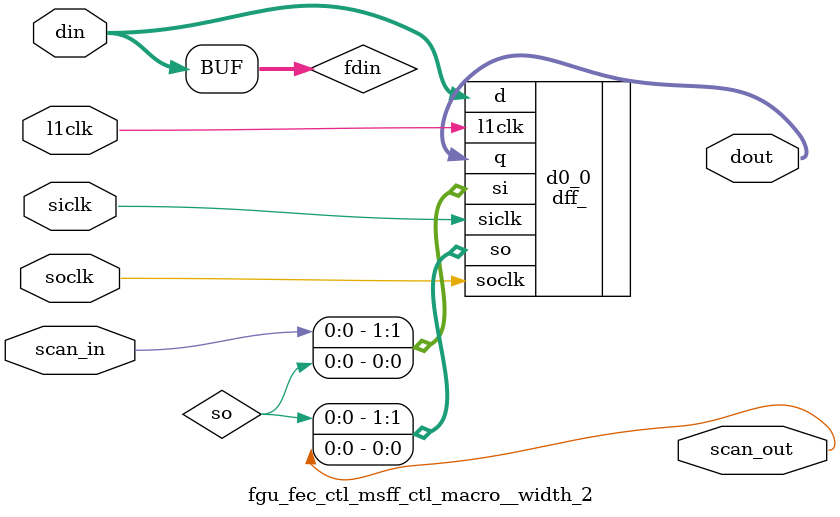
<source format=v>
module fgu_fec_ctl (
  l2clk, 
  scan_in, 
  tcu_pce_ov, 
  spc_aclk, 
  spc_bclk, 
  tcu_scan_en, 
  tcu_se_scancollar_out, 
  mbi_frf_read_en, 
  mbi_wdata, 
  mbi_run, 
  fad_mbist_cmp64_fx1, 
  lsu_asi_error_inject, 
  scan_out, 
  fad_nombi_w2_result_fw, 
  fec_w1_ecc_inject_fb, 
  fec_w2_synd_fw, 
  fec_r1_ecc_fx1, 
  fec_mbist_wdata_1f, 
  fec_mbist_wdata_3f, 
  main_clken, 
  coreon_clken, 
  fac_frf_r1_addr_e, 
  fac_dec_valid_fx1, 
  fac_fgx_pdist_fx1, 
  fac_ecc_trap_en_fx1, 
  fac_r1_vld_fx1, 
  fac_r2_vld_fx1, 
  fad_r1_byp_hit_fx1, 
  fad_r2_byp_hit_fx1, 
  fpc_frf_store_vld_fx1, 
  dec_frf_r2_addr_d, 
  dec_frf_r1_32b_d, 
  dec_frf_r2_32b_d, 
  dec_frf_r1_odd32b_d, 
  dec_frf_r2_odd32b_d, 
  dec_flush_f1, 
  dec_flush_f2, 
  tlu_flush_fgu_b, 
  fad_rs1_fx1, 
  fad_rs2_fx1, 
  fad_i_parity_2e_fx1, 
  fad_i_parity_2o_fx1, 
  fad_i_parity_1e_fx1, 
  fad_i_parity_1o_fx1, 
  frf_r1_ecc_e, 
  frf_r2_ecc_e, 
  fgu_pdist_beat2_fx1, 
  fgu_ecc_addr_fx2, 
  fgu_ecc_check_fx2, 
  fgu_cecc_fx2, 
  fec_cecc_fx2, 
  fgu_uecc_fx2, 
  fec_uecc_fx2, 
  fgu_fst_ecc_error_fx2, 
  fgu_mbi_frf_fail);
wire pce_ov;
wire stop;
wire siclk;
wire soclk;
wire se;
wire l1clk_pm2;
wire l1clk_pm1;
wire l1clk_sc;
wire spares_scanin;
wire spares_scanout;
wire rs1e_ecc_valid_fx1;
wire rs1o_ecc_valid_fx1;
wire rs2e_ecc_valid_fx1;
wire rs2o_ecc_valid_fx1;
wire frf_rs1_check_flops_e_fx1_scanin;
wire frf_rs1_check_flops_e_fx1_scanout;
wire [13:0] r1_ecc_check_fx1;
wire [13:0] r2_ecc_check_fx1;
wire [13:0] r1_ecc_check_fx2;
wire [13:0] r2_ecc_check_fx2;
wire frf_rs1_ecc_flops_e_fx1_scanin;
wire frf_rs1_ecc_flops_e_fx1_scanout;
wire pre_frf_fail;
wire mbist_frf_read_en_3f;
wire frf_rs2_ecc_flops_e_fx1_scanin;
wire frf_rs2_ecc_flops_e_fx1_scanout;
wire [13:0] r2_ecc_fx1;
wire [31:0] d1e;
wire [6:0] p1e;
wire [31:0] d1o;
wire [6:0] p1o;
wire [31:0] d2e;
wire [6:0] p2e;
wire [31:0] d2o;
wire [6:0] p2o;
wire rs1_ue_or_ce_fx1;
wire rs1e_ne;
wire rs1o_ne;
wire detect_ue_fx1;
wire rs1e_ue;
wire rs1o_ue;
wire rs2e_ue;
wire rs2o_ue;
wire detect_ce_fx1;
wire rs1e_ce;
wire rs1o_ce;
wire rs2e_ce;
wire rs2o_ce;
wire fst_ecc_error_fx1;
wire addr_flops_scanin;
wire addr_flops_scanout;
wire [4:0] r2_addr_e;
wire r1_32b_e;
wire r2_32b_e;
wire r1_odd32b_e;
wire r2_odd32b_e;
wire detect_ce_fx2;
wire detect_ue_fx2;
wire mbist_frf_read_en_1f;
wire mbist_frf_read_en_2f;
wire [7:0] mbist_wdata_2f;
wire [5:0] r1_expanded_addr_fx1;
wire [5:0] r2_expanded_addr_fx1;
wire [4:0] r1_addr_fx1;
wire [4:0] r2_addr_fx1;
wire r1_32b_fx1;
wire r2_32b_fx1;
wire r1_odd32b_fx1;
wire r2_odd32b_fx1;
wire fgx_pdist_fx2;
wire dec_valid_fx2;
wire dec_flush_fx2;
wire dec_flush_fx3;
wire frf_store_vld_fx2;
wire ecc_mask_global_en;
wire ecc_mask_frf_en;
wire [6:0] ecc_mask_data;
wire ecc_trap_en_fx2;
wire detect_ce_fx3;
wire detect_ue_fx3;
wire tlu_flush_fgu_fx3;
wire i_pdist_beat2_fx2;
wire mbist_run_1f;
wire rs1_ue_or_ce_fx2;
wire [5:0] r1_expanded_addr_fx2;
wire [5:0] r2_expanded_addr_fx2;
wire addr_flops2_scanin;
wire addr_flops2_scanout;
wire parity_1e;
wire [5:0] q1e;
wire parity_1o;
wire [5:0] q1o;
wire parity_2e;
wire [5:0] q2e;
wire parity_2o;
wire [5:0] q2o;
wire ce_ue_fec_flops_fx1_fx2_scanin;
wire ce_ue_fec_flops_fx1_fx2_scanout;
wire pdist_beat2_fx2;
wire frf_rd_vld_fx2;
wire [31:0] w2e;
wire [6:0] s2e;
wire [31:0] w2o;
wire [6:0] s2o;


// *** Global Inputs ***

input		l2clk;
input  		scan_in;
input  		tcu_pce_ov;		// scan signals
input  		spc_aclk;
input  		spc_bclk;
input           tcu_scan_en;
input           tcu_se_scancollar_out;
input           mbi_frf_read_en;        // MBIST
input    [7:0]  mbi_wdata;              // MBIST
input           mbi_run;                // MBIST
input           fad_mbist_cmp64_fx1;    // MBIST
input   [31:0]  lsu_asi_error_inject;   // [31]=global inject en, [24]=FRF inject en, [7:0]=mask

output 		scan_out;

// *** Generate ECC Local Inputs *** 

input 	[63:0]	fad_nombi_w2_result_fw;	// FRF w2 write data w/out mbist data muxed in

// *** Generate ECC Local Outputs *** 

output   [6:0]  fec_w1_ecc_inject_fb;   // ECC error injection
output	[13:0]	fec_w2_synd_fw;		// Generated ECC to FRF W2 port
output  [13:0]  fec_r1_ecc_fx1;         // ASI FRF ECC read data

output   [7:0]  fec_mbist_wdata_1f;     // MBIST
output   [7:0]  fec_mbist_wdata_3f;     // MBIST

// *** Check ECC Inputs *** 

input           main_clken;             // main clken
input           coreon_clken;           // controls all "free running" flops
input    [4:0]  fac_frf_r1_addr_e;
input           fac_dec_valid_fx1;
input           fac_fgx_pdist_fx1;      // PDIST
input           fac_ecc_trap_en_fx1;
input   [1:0] 	fac_r1_vld_fx1;         // FRF r1 read valid (unqualified)
input   [1:0] 	fac_r2_vld_fx1;         // FRF r2 read valid (unqualified)
input         	fad_r1_byp_hit_fx1;     // r1 is bypass data
input         	fad_r2_byp_hit_fx1;     // r2 is bypass data
input           fpc_frf_store_vld_fx1;

input   [4:0]   dec_frf_r2_addr_d;
input           dec_frf_r1_32b_d;       // FRF r1 is 32-bit source
input           dec_frf_r2_32b_d;       // FRF r2 is 32-bit source
input           dec_frf_r1_odd32b_d;    // FRF r1 is odd 32-bit source (32 LSBs)
input           dec_frf_r2_odd32b_d;    // FRF r2 is odd 32-bit source (32 LSBs) (incl. STF,STDF)
input           dec_flush_f1;           // flush fx2 (xmit in fx1/m)
input           dec_flush_f2;           // flush fx3 (xmit in fx2/b)
input           tlu_flush_fgu_b;        // flush fx3, non-load (xmit in fx2/b)

input  [63:0]	fad_rs1_fx1;		// Source register data bit
input  [63:0]	fad_rs2_fx1;		// - available at output of flop
input           fad_i_parity_2e_fx1;    // partial ECC check (parity portion), rs2 even
input           fad_i_parity_2o_fx1;    // partial ECC check (parity portion), rs2 odd
input           fad_i_parity_1e_fx1;    // partial ECC check (parity portion), rs1 even
input           fad_i_parity_1o_fx1;    // partial ECC check (parity portion), rs1 odd

input  [13:0]	frf_r1_ecc_e;		// Source register ECC bit 
input  [13:0]	frf_r2_ecc_e;		// - NOTE: E stage signal
					// - need to be flopped to Fx1
// *** Global Outputs ***

output          fgu_pdist_beat2_fx1;
output  [5:0]	fgu_ecc_addr_fx2;      	// FRF cecc/uecc address (6-bit reg number format)
output [13:0]   fgu_ecc_check_fx2;      // FRF ECC check bits {even[6:0],odd[6:0]}
output 		fgu_cecc_fx2;		// Flag: detected correctable ECC error
output 		fec_cecc_fx2;		// Flag: detected correctable ECC error
output 		fgu_uecc_fx2;		// Flag: detected uncorrectable ECC error
output 		fec_uecc_fx2;		// Flag: detected uncorrectable ECC error
output          fgu_fst_ecc_error_fx2;  // store float FRF ECC correctable/uncorrectable error

output          fgu_mbi_frf_fail;       // MBIST

// scan renames
assign pce_ov = tcu_pce_ov;
assign stop   = 1'b0;
assign siclk  = spc_aclk;
assign soclk  = spc_bclk;
assign se     = tcu_scan_en;
// end scan


fgu_fec_ctl_l1clkhdr_ctl_macro clkgen_coreon (
  .l2clk(l2clk),
  .l1en (coreon_clken),
  .l1clk(l1clk_pm2),
  .pce_ov(pce_ov),
  .stop(stop),
  .se(se)
  );

fgu_fec_ctl_l1clkhdr_ctl_macro clkgen_main (
  .l2clk(l2clk),
  .l1en (main_clken),
  .l1clk(l1clk_pm1),
  .pce_ov(pce_ov),
  .stop(stop),
  .se(se)
  );

fgu_fec_ctl_l1clkhdr_ctl_macro clkgen_main_sco (
  .l2clk(l2clk),
  .l1en (main_clken),
  .se	(tcu_se_scancollar_out),
  .l1clk(l1clk_sc),
  .pce_ov(pce_ov),
  .stop(stop)
  );

fgu_fec_ctl_spare_ctl_macro__num_2 spares  (  // spares: 13 gates + 1 flop for each "num"
  .scan_in(spares_scanin),
  .scan_out(spares_scanout),
  .l1clk(l1clk_pm2),
  .siclk(siclk),
  .soclk(soclk)
  );


/////////////////////////////////////////////////////////////////////////////
// ECC Error Dectection Logic
//-----------------------------
// - Regenerate ECC [5:0] and compare against retrived ECC
// - Check ECC [6] with parity
// - Outputs the result of the detection:
//   - ne: no error - either no valid data to check, 
//                    or ECC [6:0] all matched 
//   - ce: correctable error
//                  - parity is 1, so an odd number of bits flipped,
//                    and ECC data is valid and regenerated ECC did not match
//   - ue: uncorrectable error
//                  - parity is 0, so an even number of bits flipped,
//                    and ECC data is valid and regenerated ECC did not match
//                  - implies more than one bit was corrupted
//
//       1   2   3   4   5   6   7   8   9  10  11  12  13  14  15  16  17  18  19
//      P0  P1  d0  P2  d1  d2  d3  P3  d4  d5  d6  d7  d8  d9 d10  P4 d11 d12 d13 
// p0 =  o   	 x       x       x       x       x       x       x       x       x
// p1 =      o   x           x   x           x   x           x   x           x   x
// p2 =     	     o   x   x   x      	     x   x   x   x     	          
// p3 =     	          	     o   x   x   x   x   x   x   x      	  
// p4 =     	          	          			     o   x   x   x
// p5 =     	          	          			         	  
// p6 =          x       x   x           x   x       x           x       x   x    
// --------------------------------------------------------------------------------
// Total 1   1   3   1   3   3   3   1   3   3   3   3   3   3   5   1   3   3   3
//   
//      20  21  22  23  24  25  26  27  28  29  30  31  32  33  34  35  36  37  38
//     d14 d15 d16 d17 d18 d19 d20 d21 d22 d23 d24 d25  P5 d26 d27 d28 d29 d30 d31 
// p0=       x       x       x       x       x       x       x       x       x    
// p1=           x   x           x   x           x   x           x   x           x
// p2=   x   x   x   x                   x   x   x   x                   x   x   x
// p3=                   x   x   x   x   x   x   x   x
// p4=   x   x   x   x   x   x   x   x   x   x   x   x
// p5=                                                   o   x   x   x   x   x   x
// p6=   x           x   x           x       x   x           x   x       x   
// --------------------------------------------------------------------------------
// Total 3   3   3   5   3   3   3   5   3   5   5   5   1   3   3   3   3   3   3
//
/////////////////////////////////////////////////////////////////////////////

// Calculating valid ECCs to check
// - (reading out of frf rs1 even word) & (rs1 is not bypass data)
// - (reading out of frf rs1 odd  word) & (rs1 is not bypass data)
// - (reading out of frf rs2 even word) & (rs2 is not bypass data)
// - (reading out of frf rs2 odd  word) & (rs2 is not bypass data)
// ---------------------------------------------------
assign rs1e_ecc_valid_fx1 = fac_r1_vld_fx1[1] & ~fad_r1_byp_hit_fx1;
assign rs1o_ecc_valid_fx1 = fac_r1_vld_fx1[0] & ~fad_r1_byp_hit_fx1;
assign rs2e_ecc_valid_fx1 = fac_r2_vld_fx1[1] & ~fad_r2_byp_hit_fx1;
assign rs2o_ecc_valid_fx1 = fac_r2_vld_fx1[0] & ~fad_r2_byp_hit_fx1;

fgu_fec_ctl_msff_ctl_macro__width_28  frf_rs1_check_flops_e_fx1  (
 .scan_in(frf_rs1_check_flops_e_fx1_scanin),
 .scan_out(frf_rs1_check_flops_e_fx1_scanout),
 .l1clk(l1clk_pm1),
 .din  ({r1_ecc_check_fx1[13:0], r2_ecc_check_fx1[13:0]}),
 .dout ({r1_ecc_check_fx2[13:0], r2_ecc_check_fx2[13:0]}),
  .siclk(siclk),
  .soclk(soclk));


fgu_fec_ctl_msff_ctl_macro__width_14  frf_rs1_ecc_flops_e_fx1  (
 .scan_in(frf_rs1_ecc_flops_e_fx1_scanin),
 .scan_out(frf_rs1_ecc_flops_e_fx1_scanout),
 .l1clk(l1clk_sc),
 .din  (frf_r1_ecc_e  [13:0]),
 .dout (fec_r1_ecc_fx1[13:0]),
  .siclk(siclk),
  .soclk(soclk));

assign pre_frf_fail =
  mbist_frf_read_en_3f &
  (~fad_mbist_cmp64_fx1 |
   ({fec_mbist_wdata_3f[6:0], fec_mbist_wdata_3f[6:0]} != fec_r1_ecc_fx1[13:0]));

fgu_fec_ctl_msff_ctl_macro__width_14  frf_rs2_ecc_flops_e_fx1  (
 .scan_in(frf_rs2_ecc_flops_e_fx1_scanin),
 .scan_out(frf_rs2_ecc_flops_e_fx1_scanout),
 .l1clk(l1clk_sc),
 .din  (frf_r2_ecc_e  [13:0] ),
 .dout (    r2_ecc_fx1[13:0] ),
  .siclk(siclk),
  .soclk(soclk));


// Rename nets for shorter expressions
// -----------------------------------------
assign d1e[31:0] = fad_rs1_fx1[63:32];
assign p1e[ 6:0] = fec_r1_ecc_fx1[13:7];

assign d1o[31:0] = fad_rs1_fx1[31:0];
assign p1o[ 6:0] = fec_r1_ecc_fx1[ 6:0];

assign d2e[31:0] = fad_rs2_fx1[63:32];
assign p2e[ 6:0] = r2_ecc_fx1[13:7];

assign d2o[31:0] = fad_rs2_fx1[31:0];
assign p2o[ 6:0] = r2_ecc_fx1[ 6:0];


// Overall error detected flags
// -----------------------------------------

// Priority: (1) rs1_ue (2) rs1_ce (3) rs2_ue (4) rs2_ce (5) rs3_ue (6) rs3_ce

assign rs1_ue_or_ce_fx1 = ~(rs1e_ne & rs1o_ne);

assign detect_ue_fx1 =
  (                    (rs1e_ue | rs1o_ue)) |
  (~rs1_ue_or_ce_fx1 & (rs2e_ue | rs2o_ue)) ;

assign detect_ce_fx1 =
  (                    (rs1e_ce | rs1o_ce) & ~detect_ue_fx1) |
  (~rs1_ue_or_ce_fx1 & (rs2e_ce | rs2o_ce) & ~detect_ue_fx1) ;

// Note: lsu doesn't care about qual w/ flush, store data is rs2 only, lsu doesn't care whether error is cecc or uecc
assign fst_ecc_error_fx1 =
  fac_ecc_trap_en_fx1   &
  fpc_frf_store_vld_fx1 &
  (rs2e_ue | rs2o_ue | rs2e_ce | rs2o_ce);

fgu_fec_ctl_msff_ctl_macro__width_76  addr_flops  (
 .scan_in(addr_flops_scanin),
 .scan_out(addr_flops_scanout),
 .l1clk(l1clk_pm1),
 .din  ({fac_frf_r1_addr_e[4:0],
                 r2_addr_e[4:0],
                 r1_32b_e,
                 r2_32b_e,
                 r1_odd32b_e,
                 r2_odd32b_e,
         fac_fgx_pdist_fx1,
         fac_dec_valid_fx1,
         dec_flush_f1,
	 dec_flush_f2,
         fpc_frf_store_vld_fx1,
         lsu_asi_error_inject[31],
         lsu_asi_error_inject[24],
         lsu_asi_error_inject[6:0],
         fac_ecc_trap_en_fx1,
         detect_ce_fx2,
         detect_ue_fx2,
         tlu_flush_fgu_b,
         fgu_pdist_beat2_fx1,
         mbi_frf_read_en,
         mbi_wdata[7:0],
         mbi_run,
         mbist_frf_read_en_1f,
         mbist_frf_read_en_2f,
         fec_mbist_wdata_1f[7:0],
             mbist_wdata_2f[7:0],
         pre_frf_fail,
             fst_ecc_error_fx1,
         rs1_ue_or_ce_fx1,
         r1_expanded_addr_fx1[5:0],
         r2_expanded_addr_fx1[5:0]}),
 .dout ({        r1_addr_fx1[4:0],
                 r2_addr_fx1[4:0],
                 r1_32b_fx1,
                 r2_32b_fx1,
                 r1_odd32b_fx1,
                 r2_odd32b_fx1,
             fgx_pdist_fx2,
         dec_valid_fx2,
         dec_flush_fx2,
	 dec_flush_fx3,
             frf_store_vld_fx2,
             ecc_mask_global_en,
             ecc_mask_frf_en,
             ecc_mask_data[6:0],
             ecc_trap_en_fx2,
         detect_ce_fx3,
         detect_ue_fx3,
         tlu_flush_fgu_fx3,
         i_pdist_beat2_fx2,
         mbist_frf_read_en_1f,
         fec_mbist_wdata_1f[7:0],
         mbist_run_1f,
         mbist_frf_read_en_2f,
         mbist_frf_read_en_3f,
             mbist_wdata_2f[7:0],
         fec_mbist_wdata_3f[7:0],
         fgu_mbi_frf_fail,
         fgu_fst_ecc_error_fx2,
         rs1_ue_or_ce_fx2,
         r1_expanded_addr_fx2[5:0],
         r2_expanded_addr_fx2[5:0]}),
  .siclk(siclk),
  .soclk(soclk));

fgu_fec_ctl_msff_ctl_macro__width_9  addr_flops2  (
 .scan_in(addr_flops2_scanin),
 .scan_out(addr_flops2_scanout),
 .l1clk(l1clk_pm2),
 .din  ({dec_frf_r2_addr_d[4:0],  // requires free running clk or dec_fgu_decode_d en
         dec_frf_r1_32b_d,        // requires free running clk or dec_fgu_decode_d en
         dec_frf_r2_32b_d,        // requires free running clk or dec_fgu_decode_d en
         dec_frf_r1_odd32b_d,     // requires free running clk or dec_fgu_decode_d en
         dec_frf_r2_odd32b_d}),   // requires free running clk or dec_fgu_decode_d en
 .dout ({        r2_addr_e[4:0],
                 r1_32b_e,
                 r2_32b_e,
                 r1_odd32b_e,
                 r2_odd32b_e}),
  .siclk(siclk),
  .soclk(soclk));

assign r1_expanded_addr_fx1[5:0] =  // expand addr to 6-bit reg number
  ({6{ r1_32b_fx1}} & {1'b0, r1_addr_fx1[3:0], r1_odd32b_fx1}) |
  ({6{~r1_32b_fx1}} & {      r1_addr_fx1[4:0], 1'b0         }) ;

assign r2_expanded_addr_fx1[5:0] =  // expand addr to 6-bit reg number
  ({6{ r2_32b_fx1}} & {1'b0, r2_addr_fx1[3:0], r2_odd32b_fx1}) |
  ({6{~r2_32b_fx1}} & {      r2_addr_fx1[4:0], 1'b0         }) ;

assign r1_ecc_check_fx1[13:0] = {parity_1e, q1e[5:0], parity_1o, q1o[5:0]};
assign r2_ecc_check_fx1[13:0] = {parity_2e, q2e[5:0], parity_2o, q2o[5:0]};

assign fgu_pdist_beat2_fx1 =
  dec_valid_fx2 &
  fgx_pdist_fx2 &
  ~dec_flush_fx2;

fgu_fec_ctl_msff_ctl_macro__width_2  ce_ue_fec_flops_fx1_fx2  (
 .scan_in(ce_ue_fec_flops_fx1_fx2_scanin),
 .scan_out(ce_ue_fec_flops_fx1_fx2_scanout),
 .l1clk(l1clk_pm1),
 .din  ({detect_ce_fx1, detect_ue_fx1}),
 .dout ({detect_ce_fx2, detect_ue_fx2}),
  .siclk(siclk),
  .soclk(soclk));

assign pdist_beat2_fx2 = i_pdist_beat2_fx2 & ~tlu_flush_fgu_fx3 & ~dec_flush_fx3;

assign frf_rd_vld_fx2 = (dec_valid_fx2 | frf_store_vld_fx2) & ~dec_flush_fx2;  // this eq. prevents FRF_ECC ASI diagnositc read from asserting fgu_{u,c}ecc_fx2

// For single source (or no source) fgu ops that read frf
// ensure that unneeded frf read port isn't enabled by DEC
// Note:
// dec_frf_store_d, dec_fsr_store_d   have rs2 only
// 0in custom -fire (fpc_frf_store_vld_fx1 & (|fac_r1_vld_fx1[1:0])) -message "Invalid FRF rs1 read enable during store"

assign fgu_cecc_fx2 =
  ecc_trap_en_fx2 &
  ((~pdist_beat2_fx2 & detect_ce_fx2 &  frf_rd_vld_fx2                 ) |
   ( pdist_beat2_fx2 & detect_ce_fx2 & ~(detect_ce_fx3 | detect_ue_fx3))  );  // pdist 2nd beat

assign fec_cecc_fx2 = fgu_cecc_fx2;  // for timing, isolate internal fgu sinks from external sinks

assign fgu_uecc_fx2 =
  ecc_trap_en_fx2 &
  ((~pdist_beat2_fx2 & detect_ue_fx2 &  frf_rd_vld_fx2                 ) |
   ( pdist_beat2_fx2 & detect_ue_fx2 & ~(detect_ce_fx3 | detect_ue_fx3))  );  // pdist 2nd beat

assign fec_uecc_fx2 = fgu_uecc_fx2;  // for timing, isolate internal fgu sinks from external sinks

assign fgu_ecc_addr_fx2[5:0] =
  ({6{ rs1_ue_or_ce_fx2}} & r1_expanded_addr_fx2[5:0]) |
  ({6{~rs1_ue_or_ce_fx2}} & r2_expanded_addr_fx2[5:0]) ;

assign fgu_ecc_check_fx2[13:0] =
  ({14{ rs1_ue_or_ce_fx2}} & r1_ecc_check_fx2[13:0]) |
  ({14{~rs1_ue_or_ce_fx2}} & r2_ecc_check_fx2[13:0]) ;

// 0in one_hot -var {rs1e_ne,rs1e_ce,rs1e_ue}
// 0in one_hot -var {rs1o_ne,rs1o_ce,rs1o_ue}
// 0in bits_on -max 1 -var {rs2e_ce,rs2e_ue}
// 0in bits_on -max 1 -var {rs2o_ce,rs2o_ue}

// Detection for RS1 even part [63:32]
// -----------------------------------

assign rs1e_ne = ~rs1e_ecc_valid_fx1 |
                     ~(parity_1e | q1e[5] | q1e[4] | q1e[3] | q1e[2] | q1e[1] | q1e[0]);

assign rs1e_ce = rs1e_ecc_valid_fx1 & parity_1e;

assign rs1e_ue = rs1e_ecc_valid_fx1 & ~parity_1e & 
	   	      (q1e[5] | q1e[4] | q1e[3] | q1e[2] | q1e[1] | q1e[0]);

assign q1e[0] = d1e[0]  ^ d1e[1]  ^ d1e[3]  ^ d1e[4]  ^ d1e[6]  
                        ^ d1e[8]  ^ d1e[10] ^ d1e[11] ^ d1e[13] ^ d1e[15]
                        ^ d1e[17] ^ d1e[19] ^ d1e[21] ^ d1e[23] ^ d1e[25] 
                        ^ d1e[26] ^ d1e[28] ^ d1e[30] ^ p1e[0];

assign q1e[1] = d1e[0]  ^ d1e[2]  ^ d1e[3]  ^ d1e[5]  ^ d1e[6] 
                        ^ d1e[9]  ^ d1e[10] ^ d1e[12] ^ d1e[13] ^ d1e[16]
                        ^ d1e[17] ^ d1e[20] ^ d1e[21] ^ d1e[24] ^ d1e[25]
                        ^ d1e[27] ^ d1e[28] ^ d1e[31] ^ p1e[1];

assign q1e[2] = d1e[1]  ^ d1e[2]  ^ d1e[3]  ^ d1e[7]  ^ d1e[8] 
                        ^ d1e[9]  ^ d1e[10] ^ d1e[14] ^ d1e[15] ^ d1e[16]
                        ^ d1e[17] ^ d1e[22] ^ d1e[23] ^ d1e[24] ^ d1e[25]
                        ^ d1e[29] ^ d1e[30] ^ d1e[31] ^ p1e[2];

assign q1e[3] = d1e[4]  ^ d1e[5]  ^ d1e[6]  ^ d1e[7]  ^ d1e[8]  
                        ^ d1e[9]  ^ d1e[10] ^ d1e[18] ^ d1e[19] ^ d1e[20]
                        ^ d1e[21] ^ d1e[22] ^ d1e[23] ^ d1e[24] ^ d1e[25]
                        ^ p1e[3];

assign q1e[4] = d1e[11] ^ d1e[12] ^ d1e[13] ^ d1e[14] ^ d1e[15] 
                        ^ d1e[16] ^ d1e[17] ^ d1e[18] ^ d1e[19] ^ d1e[20]
                        ^ d1e[21] ^ d1e[22] ^ d1e[23] ^ d1e[24] ^ d1e[25]
                        ^ p1e[4];

assign q1e[5] = d1e[26] ^ d1e[27] ^ d1e[28] ^ d1e[29] ^ d1e[30] ^ d1e[31]
                        ^ p1e[5];

assign parity_1e = fad_i_parity_1e_fx1 ^ p1e[0] ^ p1e[1] ^ p1e[2] ^ p1e[3] ^ p1e[4] ^ p1e[5] ^ p1e[6];


// Detection for RS1 odd part [31:00]
// -----------------------------------

assign rs1o_ne = ~rs1o_ecc_valid_fx1 |
                     ~(parity_1o | q1o[5] | q1o[4] | q1o[3] | q1o[2] | q1o[1] | q1o[0]);

assign rs1o_ce = rs1o_ecc_valid_fx1 & parity_1o;

assign rs1o_ue = rs1o_ecc_valid_fx1 & ~parity_1o & 
		      (q1o[5] | q1o[4] | q1o[3] | q1o[2] | q1o[1] | q1o[0]);

assign q1o[0] = d1o[0]  ^ d1o[1]  ^ d1o[3]  ^ d1o[4]  ^ d1o[6]  
                        ^ d1o[8]  ^ d1o[10] ^ d1o[11] ^ d1o[13] ^ d1o[15]
                        ^ d1o[17] ^ d1o[19] ^ d1o[21] ^ d1o[23] ^ d1o[25] 
                        ^ d1o[26] ^ d1o[28] ^ d1o[30] ^ p1o[0];

assign q1o[1] = d1o[0]  ^ d1o[2]  ^ d1o[3]  ^ d1o[5]  ^ d1o[6] 
                        ^ d1o[9]  ^ d1o[10] ^ d1o[12] ^ d1o[13] ^ d1o[16]
                        ^ d1o[17] ^ d1o[20] ^ d1o[21] ^ d1o[24] ^ d1o[25]
                        ^ d1o[27] ^ d1o[28] ^ d1o[31] ^ p1o[1];

assign q1o[2] = d1o[1]  ^ d1o[2]  ^ d1o[3]  ^ d1o[7]  ^ d1o[8] 
                        ^ d1o[9]  ^ d1o[10] ^ d1o[14] ^ d1o[15] ^ d1o[16]
                        ^ d1o[17] ^ d1o[22] ^ d1o[23] ^ d1o[24] ^ d1o[25]
                        ^ d1o[29] ^ d1o[30] ^ d1o[31] ^ p1o[2];

assign q1o[3] = d1o[4]  ^ d1o[5]  ^ d1o[6]  ^ d1o[7]  ^ d1o[8]  
                        ^ d1o[9]  ^ d1o[10] ^ d1o[18] ^ d1o[19] ^ d1o[20]
                        ^ d1o[21] ^ d1o[22] ^ d1o[23] ^ d1o[24] ^ d1o[25]
                        ^ p1o[3];

assign q1o[4] = d1o[11] ^ d1o[12] ^ d1o[13] ^ d1o[14] ^ d1o[15] 
                        ^ d1o[16] ^ d1o[17] ^ d1o[18] ^ d1o[19] ^ d1o[20]
                        ^ d1o[21] ^ d1o[22] ^ d1o[23] ^ d1o[24] ^ d1o[25]
                        ^ p1o[4];

assign q1o[5] = d1o[26] ^ d1o[27] ^ d1o[28] ^ d1o[29] ^ d1o[30] ^ d1o[31]
                        ^ p1o[5];

assign parity_1o = fad_i_parity_1o_fx1 ^ p1o[0] ^ p1o[1] ^ p1o[2] ^ p1o[3] ^ p1o[4] ^ p1o[5] ^ p1o[6];


// Detection for RS2 even part [63:32]
// -----------------------------------

assign rs2e_ce = rs2e_ecc_valid_fx1 & parity_2e;

assign rs2e_ue = rs2e_ecc_valid_fx1 & ~parity_2e & 
	   	      (q2e[5] | q2e[4] | q2e[3] | q2e[2] | q2e[1] | q2e[0]);

assign q2e[0] = d2e[0]  ^ d2e[1]  ^ d2e[3]  ^ d2e[4]  ^ d2e[6]  
                        ^ d2e[8]  ^ d2e[10] ^ d2e[11] ^ d2e[13] ^ d2e[15]
                        ^ d2e[17] ^ d2e[19] ^ d2e[21] ^ d2e[23] ^ d2e[25] 
                        ^ d2e[26] ^ d2e[28] ^ d2e[30] ^ p2e[0];

assign q2e[1] = d2e[0]  ^ d2e[2]  ^ d2e[3]  ^ d2e[5]  ^ d2e[6] 
                        ^ d2e[9]  ^ d2e[10] ^ d2e[12] ^ d2e[13] ^ d2e[16]
                        ^ d2e[17] ^ d2e[20] ^ d2e[21] ^ d2e[24] ^ d2e[25]
                        ^ d2e[27] ^ d2e[28] ^ d2e[31] ^ p2e[1];

assign q2e[2] = d2e[1]  ^ d2e[2]  ^ d2e[3]  ^ d2e[7]  ^ d2e[8] 
                        ^ d2e[9]  ^ d2e[10] ^ d2e[14] ^ d2e[15] ^ d2e[16]
                        ^ d2e[17] ^ d2e[22] ^ d2e[23] ^ d2e[24] ^ d2e[25]
                        ^ d2e[29] ^ d2e[30] ^ d2e[31] ^ p2e[2];

assign q2e[3] = d2e[4]  ^ d2e[5]  ^ d2e[6]  ^ d2e[7]  ^ d2e[8]  
                        ^ d2e[9]  ^ d2e[10] ^ d2e[18] ^ d2e[19] ^ d2e[20]
                        ^ d2e[21] ^ d2e[22] ^ d2e[23] ^ d2e[24] ^ d2e[25]
                        ^ p2e[3];

assign q2e[4] = d2e[11] ^ d2e[12] ^ d2e[13] ^ d2e[14] ^ d2e[15] 
                        ^ d2e[16] ^ d2e[17] ^ d2e[18] ^ d2e[19] ^ d2e[20]
                        ^ d2e[21] ^ d2e[22] ^ d2e[23] ^ d2e[24] ^ d2e[25]
                        ^ p2e[4];

assign q2e[5] = d2e[26] ^ d2e[27] ^ d2e[28] ^ d2e[29] ^ d2e[30] ^ d2e[31]
                        ^ p2e[5];

assign parity_2e = fad_i_parity_2e_fx1 ^ p2e[0] ^ p2e[1] ^ p2e[2] ^ p2e[3] ^ p2e[4] ^ p2e[5] ^ p2e[6];


// Detection for RS2 odd part [31:00]
// -----------------------------------

assign rs2o_ce = rs2o_ecc_valid_fx1 & parity_2o;

assign rs2o_ue = rs2o_ecc_valid_fx1 & ~parity_2o & 
		      (q2o[5] | q2o[4] | q2o[3] | q2o[2] | q2o[1] | q2o[0]);

assign q2o[0] = d2o[0]  ^ d2o[1]  ^ d2o[3]  ^ d2o[4]  ^ d2o[6]  
                        ^ d2o[8]  ^ d2o[10] ^ d2o[11] ^ d2o[13] ^ d2o[15]
                        ^ d2o[17] ^ d2o[19] ^ d2o[21] ^ d2o[23] ^ d2o[25] 
                        ^ d2o[26] ^ d2o[28] ^ d2o[30] ^ p2o[0];

assign q2o[1] = d2o[0]  ^ d2o[2]  ^ d2o[3]  ^ d2o[5]  ^ d2o[6] 
                        ^ d2o[9]  ^ d2o[10] ^ d2o[12] ^ d2o[13] ^ d2o[16]
                        ^ d2o[17] ^ d2o[20] ^ d2o[21] ^ d2o[24] ^ d2o[25]
                        ^ d2o[27] ^ d2o[28] ^ d2o[31] ^ p2o[1];

assign q2o[2] = d2o[1]  ^ d2o[2]  ^ d2o[3]  ^ d2o[7]  ^ d2o[8] 
                        ^ d2o[9]  ^ d2o[10] ^ d2o[14] ^ d2o[15] ^ d2o[16]
                        ^ d2o[17] ^ d2o[22] ^ d2o[23] ^ d2o[24] ^ d2o[25]
                        ^ d2o[29] ^ d2o[30] ^ d2o[31] ^ p2o[2];

assign q2o[3] = d2o[4]  ^ d2o[5]  ^ d2o[6]  ^ d2o[7]  ^ d2o[8]  
                        ^ d2o[9]  ^ d2o[10] ^ d2o[18] ^ d2o[19] ^ d2o[20]
                        ^ d2o[21] ^ d2o[22] ^ d2o[23] ^ d2o[24] ^ d2o[25]
                        ^ p2o[3];

assign q2o[4] = d2o[11] ^ d2o[12] ^ d2o[13] ^ d2o[14] ^ d2o[15] 
                        ^ d2o[16] ^ d2o[17] ^ d2o[18] ^ d2o[19] ^ d2o[20]
                        ^ d2o[21] ^ d2o[22] ^ d2o[23] ^ d2o[24] ^ d2o[25]
                        ^ p2o[4];

assign q2o[5] = d2o[26] ^ d2o[27] ^ d2o[28] ^ d2o[29] ^ d2o[30] ^ d2o[31]
                        ^ p2o[5];

assign parity_2o = fad_i_parity_2o_fx1 ^ p2o[0] ^ p2o[1] ^ p2o[2] ^ p2o[3] ^ p2o[4] ^ p2o[5] ^ p2o[6];


/////////////////////////////////////////////////////////////////////////////
//***************************************************************************
//***** ECC Generation ******************************************************
//***************************************************************************
/////////////////////////////////////////////////////////////////////////////
// W2 ECC Generation
//-----------------------------------
// - Encode the two 32-bit write data into two 7-bit Error Correction Code 
// - Trying to do encoding in one phase:
//   - FRF write happens in phase 2 of write stage
//   - If ECC takes longer than phase 1 of write stage, it could spill 
//     over to phase 2 of the stage before write.
// - W1 ECC generation is performed in FAD
//
/////////////////////////////////////////////////////////////////////////////

assign fec_w1_ecc_inject_fb[6:0] = ({7{ecc_mask_global_en & ecc_mask_frf_en}} & ecc_mask_data[6:0]);

// W2 port even word [63:32] ECC Generation
// ========================================
assign w2e[31:0] = fad_nombi_w2_result_fw[63:32];
assign fec_w2_synd_fw[13:7] =
  (s2e[6:0] & {7{~mbist_run_1f}}) ^
  (({7{ecc_mask_global_en & ecc_mask_frf_en & ~mbist_run_1f}} & ecc_mask_data[6:0]     ) |
   ({7{                                        mbist_run_1f}} & fec_mbist_wdata_1f[6:0])  );

assign s2e[0] = w2e[0]  ^ w2e[1]  ^ w2e[3]  ^ w2e[4]  ^ w2e[6]  
			  ^ w2e[8]  ^ w2e[10] ^ w2e[11] ^ w2e[13] ^ w2e[15]
			  ^ w2e[17] ^ w2e[19] ^ w2e[21] ^ w2e[23] ^ w2e[25] 
			  ^ w2e[26] ^ w2e[28] ^ w2e[30];

assign s2e[1] = w2e[0]  ^ w2e[2]  ^ w2e[3]  ^ w2e[5]  ^ w2e[6] 
			  ^ w2e[9]  ^ w2e[10] ^ w2e[12] ^ w2e[13] ^ w2e[16]
			  ^ w2e[17] ^ w2e[20] ^ w2e[21] ^ w2e[24] ^ w2e[25]
			  ^ w2e[27] ^ w2e[28] ^ w2e[31];

assign s2e[2] = w2e[1]  ^ w2e[2]  ^ w2e[3]  ^ w2e[7]  ^ w2e[8] 
			  ^ w2e[9]  ^ w2e[10] ^ w2e[14] ^ w2e[15] ^ w2e[16]
			  ^ w2e[17] ^ w2e[22] ^ w2e[23] ^ w2e[24] ^ w2e[25]
			  ^ w2e[29] ^ w2e[30] ^ w2e[31];

assign s2e[3] = w2e[4]  ^ w2e[5]  ^ w2e[6]  ^ w2e[7]  ^ w2e[8]  
			  ^ w2e[9]  ^ w2e[10] ^ w2e[18] ^ w2e[19] ^ w2e[20]
			  ^ w2e[21] ^ w2e[22] ^ w2e[23] ^ w2e[24] ^ w2e[25];

assign s2e[4] = w2e[11] ^ w2e[12] ^ w2e[13] ^ w2e[14] ^ w2e[15] 
			  ^ w2e[16] ^ w2e[17] ^ w2e[18] ^ w2e[19] ^ w2e[20]
			  ^ w2e[21] ^ w2e[22] ^ w2e[23] ^ w2e[24] ^ w2e[25];

assign s2e[5] = w2e[26] ^ w2e[27] ^ w2e[28] ^ w2e[29] ^ w2e[30] ^ w2e[31];

assign s2e[6] = w2e[0]  ^ w2e[1]  ^ w2e[2]  ^ w2e[4]  ^ w2e[5] 
			  ^ w2e[7]  ^ w2e[10] ^ w2e[11] ^ w2e[12] ^ w2e[14] 
			  ^ w2e[17] ^ w2e[18] ^ w2e[21] ^ w2e[23] ^ w2e[24] 
			  ^ w2e[26] ^ w2e[27] ^ w2e[29];


// W2 port odd word [31:00] ECC Generation
// ========================================
assign w2o[31:0] = fad_nombi_w2_result_fw[31:0];
assign fec_w2_synd_fw[6:0] =
  (s2o[6:0] & {7{~mbist_run_1f}}) ^
  (({7{ecc_mask_global_en & ecc_mask_frf_en & ~mbist_run_1f}} & ecc_mask_data[6:0]     ) |
   ({7{                                        mbist_run_1f}} & fec_mbist_wdata_1f[6:0])  );

assign s2o[0] = w2o[0]  ^ w2o[1]  ^ w2o[3]  ^ w2o[4]  ^ w2o[6]  
			  ^ w2o[8]  ^ w2o[10] ^ w2o[11] ^ w2o[13] ^ w2o[15]
			  ^ w2o[17] ^ w2o[19] ^ w2o[21] ^ w2o[23] ^ w2o[25] 
			  ^ w2o[26] ^ w2o[28] ^ w2o[30];

assign s2o[1] = w2o[0]  ^ w2o[2]  ^ w2o[3]  ^ w2o[5]  ^ w2o[6] 
			  ^ w2o[9]  ^ w2o[10] ^ w2o[12] ^ w2o[13] ^ w2o[16]
			  ^ w2o[17] ^ w2o[20] ^ w2o[21] ^ w2o[24] ^ w2o[25]
			  ^ w2o[27] ^ w2o[28] ^ w2o[31];

assign s2o[2] = w2o[1]  ^ w2o[2]  ^ w2o[3]  ^ w2o[7]  ^ w2o[8] 
			  ^ w2o[9]  ^ w2o[10] ^ w2o[14] ^ w2o[15] ^ w2o[16]
			  ^ w2o[17] ^ w2o[22] ^ w2o[23] ^ w2o[24] ^ w2o[25]
			  ^ w2o[29] ^ w2o[30] ^ w2o[31];

assign s2o[3] = w2o[4]  ^ w2o[5]  ^ w2o[6]  ^ w2o[7]  ^ w2o[8]  
			  ^ w2o[9]  ^ w2o[10] ^ w2o[18] ^ w2o[19] ^ w2o[20]
			  ^ w2o[21] ^ w2o[22] ^ w2o[23] ^ w2o[24] ^ w2o[25];

assign s2o[4] = w2o[11] ^ w2o[12] ^ w2o[13] ^ w2o[14] ^ w2o[15] 
			  ^ w2o[16] ^ w2o[17] ^ w2o[18] ^ w2o[19] ^ w2o[20]
			  ^ w2o[21] ^ w2o[22] ^ w2o[23] ^ w2o[24] ^ w2o[25];

assign s2o[5] = w2o[26] ^ w2o[27] ^ w2o[28] ^ w2o[29] ^ w2o[30] ^ w2o[31];

assign s2o[6] = w2o[0]  ^ w2o[1]  ^ w2o[2]  ^ w2o[4]  ^ w2o[5] 
			  ^ w2o[7]  ^ w2o[10] ^ w2o[11] ^ w2o[12] ^ w2o[14] 
			  ^ w2o[17] ^ w2o[18] ^ w2o[21] ^ w2o[23] ^ w2o[24] 
			  ^ w2o[26] ^ w2o[27] ^ w2o[29];


supply0 vss;
supply1 vdd;
// fixscan start:
assign spares_scanin             = scan_in                  ;
assign frf_rs1_check_flops_e_fx1_scanin = spares_scanout           ;
assign frf_rs1_ecc_flops_e_fx1_scanin = frf_rs1_check_flops_e_fx1_scanout;
assign frf_rs2_ecc_flops_e_fx1_scanin = frf_rs1_ecc_flops_e_fx1_scanout;
assign addr_flops_scanin         = frf_rs2_ecc_flops_e_fx1_scanout;
assign addr_flops2_scanin        = addr_flops_scanout       ;
assign ce_ue_fec_flops_fx1_fx2_scanin = addr_flops2_scanout      ;
assign scan_out                  = ce_ue_fec_flops_fx1_fx2_scanout;
// fixscan end:
endmodule  // fgu_fec_ctl






// any PARAMS parms go into naming of macro

module fgu_fec_ctl_l1clkhdr_ctl_macro (
  l2clk, 
  l1en, 
  pce_ov, 
  stop, 
  se, 
  l1clk);


  input l2clk;
  input l1en;
  input pce_ov;
  input stop;
  input se;
  output l1clk;



 

cl_sc1_l1hdr_8x c_0 (


   .l2clk(l2clk),
   .pce(l1en),
   .l1clk(l1clk),
  .se(se),
  .pce_ov(pce_ov),
  .stop(stop)
);



endmodule









//  Description:        Spare gate macro for control blocks
//
//  Param num controls the number of times the macro is added
//  flops=0 can be used to use only combination spare logic


module fgu_fec_ctl_spare_ctl_macro__num_2 (
  l1clk, 
  scan_in, 
  siclk, 
  soclk, 
  scan_out);
wire si_0;
wire so_0;
wire spare0_flop_unused;
wire spare0_buf_32x_unused;
wire spare0_nand3_8x_unused;
wire spare0_inv_8x_unused;
wire spare0_aoi22_4x_unused;
wire spare0_buf_8x_unused;
wire spare0_oai22_4x_unused;
wire spare0_inv_16x_unused;
wire spare0_nand2_16x_unused;
wire spare0_nor3_4x_unused;
wire spare0_nand2_8x_unused;
wire spare0_buf_16x_unused;
wire spare0_nor2_16x_unused;
wire spare0_inv_32x_unused;
wire si_1;
wire so_1;
wire spare1_flop_unused;
wire spare1_buf_32x_unused;
wire spare1_nand3_8x_unused;
wire spare1_inv_8x_unused;
wire spare1_aoi22_4x_unused;
wire spare1_buf_8x_unused;
wire spare1_oai22_4x_unused;
wire spare1_inv_16x_unused;
wire spare1_nand2_16x_unused;
wire spare1_nor3_4x_unused;
wire spare1_nand2_8x_unused;
wire spare1_buf_16x_unused;
wire spare1_nor2_16x_unused;
wire spare1_inv_32x_unused;


input		l1clk;
input		scan_in;
input		siclk;
input		soclk;
output		scan_out;

cl_sc1_msff_8x spare0_flop (.l1clk(l1clk),
                               .siclk(siclk),
                               .soclk(soclk),
                               .si(si_0),
                               .so(so_0),
                               .d(1'b0),
                               .q(spare0_flop_unused));
assign si_0 = scan_in;

cl_u1_buf_32x   spare0_buf_32x (.in(1'b1),
                                   .out(spare0_buf_32x_unused));
cl_u1_nand3_8x spare0_nand3_8x (.in0(1'b1),
                                   .in1(1'b1),
                                   .in2(1'b1),
                                   .out(spare0_nand3_8x_unused));
cl_u1_inv_8x    spare0_inv_8x (.in(1'b1),
                                  .out(spare0_inv_8x_unused));
cl_u1_aoi22_4x spare0_aoi22_4x (.in00(1'b1),
                                   .in01(1'b1),
                                   .in10(1'b1),
                                   .in11(1'b1),
                                   .out(spare0_aoi22_4x_unused));
cl_u1_buf_8x    spare0_buf_8x (.in(1'b1),
                                  .out(spare0_buf_8x_unused));
cl_u1_oai22_4x spare0_oai22_4x (.in00(1'b1),
                                   .in01(1'b1),
                                   .in10(1'b1),
                                   .in11(1'b1),
                                   .out(spare0_oai22_4x_unused));
cl_u1_inv_16x   spare0_inv_16x (.in(1'b1),
                                   .out(spare0_inv_16x_unused));
cl_u1_nand2_16x spare0_nand2_16x (.in0(1'b1),
                                     .in1(1'b1),
                                     .out(spare0_nand2_16x_unused));
cl_u1_nor3_4x spare0_nor3_4x (.in0(1'b0),
                                 .in1(1'b0),
                                 .in2(1'b0),
                                 .out(spare0_nor3_4x_unused));
cl_u1_nand2_8x spare0_nand2_8x (.in0(1'b1),
                                   .in1(1'b1),
                                   .out(spare0_nand2_8x_unused));
cl_u1_buf_16x   spare0_buf_16x (.in(1'b1),
                                   .out(spare0_buf_16x_unused));
cl_u1_nor2_16x spare0_nor2_16x (.in0(1'b0),
                                   .in1(1'b0),
                                   .out(spare0_nor2_16x_unused));
cl_u1_inv_32x   spare0_inv_32x (.in(1'b1),
                                   .out(spare0_inv_32x_unused));

cl_sc1_msff_8x spare1_flop (.l1clk(l1clk),
                               .siclk(siclk),
                               .soclk(soclk),
                               .si(si_1),
                               .so(so_1),
                               .d(1'b0),
                               .q(spare1_flop_unused));
assign si_1 = so_0;

cl_u1_buf_32x   spare1_buf_32x (.in(1'b1),
                                   .out(spare1_buf_32x_unused));
cl_u1_nand3_8x spare1_nand3_8x (.in0(1'b1),
                                   .in1(1'b1),
                                   .in2(1'b1),
                                   .out(spare1_nand3_8x_unused));
cl_u1_inv_8x    spare1_inv_8x (.in(1'b1),
                                  .out(spare1_inv_8x_unused));
cl_u1_aoi22_4x spare1_aoi22_4x (.in00(1'b1),
                                   .in01(1'b1),
                                   .in10(1'b1),
                                   .in11(1'b1),
                                   .out(spare1_aoi22_4x_unused));
cl_u1_buf_8x    spare1_buf_8x (.in(1'b1),
                                  .out(spare1_buf_8x_unused));
cl_u1_oai22_4x spare1_oai22_4x (.in00(1'b1),
                                   .in01(1'b1),
                                   .in10(1'b1),
                                   .in11(1'b1),
                                   .out(spare1_oai22_4x_unused));
cl_u1_inv_16x   spare1_inv_16x (.in(1'b1),
                                   .out(spare1_inv_16x_unused));
cl_u1_nand2_16x spare1_nand2_16x (.in0(1'b1),
                                     .in1(1'b1),
                                     .out(spare1_nand2_16x_unused));
cl_u1_nor3_4x spare1_nor3_4x (.in0(1'b0),
                                 .in1(1'b0),
                                 .in2(1'b0),
                                 .out(spare1_nor3_4x_unused));
cl_u1_nand2_8x spare1_nand2_8x (.in0(1'b1),
                                   .in1(1'b1),
                                   .out(spare1_nand2_8x_unused));
cl_u1_buf_16x   spare1_buf_16x (.in(1'b1),
                                   .out(spare1_buf_16x_unused));
cl_u1_nor2_16x spare1_nor2_16x (.in0(1'b0),
                                   .in1(1'b0),
                                   .out(spare1_nor2_16x_unused));
cl_u1_inv_32x   spare1_inv_32x (.in(1'b1),
                                   .out(spare1_inv_32x_unused));
assign scan_out = so_1;



endmodule






// any PARAMS parms go into naming of macro

module fgu_fec_ctl_msff_ctl_macro__width_28 (
  din, 
  l1clk, 
  scan_in, 
  siclk, 
  soclk, 
  dout, 
  scan_out);
wire [27:0] fdin;
wire [26:0] so;

  input [27:0] din;
  input l1clk;
  input scan_in;


  input siclk;
  input soclk;

  output [27:0] dout;
  output scan_out;
assign fdin[27:0] = din[27:0];






dff_ #(28)  d0_0 (
.l1clk(l1clk),
.siclk(siclk),
.soclk(soclk),
.d(fdin[27:0]),
.si({scan_in,so[26:0]}),
.so({so[26:0],scan_out}),
.q(dout[27:0])
);












endmodule













// any PARAMS parms go into naming of macro

module fgu_fec_ctl_msff_ctl_macro__width_14 (
  din, 
  l1clk, 
  scan_in, 
  siclk, 
  soclk, 
  dout, 
  scan_out);
wire [13:0] fdin;
wire [12:0] so;

  input [13:0] din;
  input l1clk;
  input scan_in;


  input siclk;
  input soclk;

  output [13:0] dout;
  output scan_out;
assign fdin[13:0] = din[13:0];






dff_ #(14)  d0_0 (
.l1clk(l1clk),
.siclk(siclk),
.soclk(soclk),
.d(fdin[13:0]),
.si({scan_in,so[12:0]}),
.so({so[12:0],scan_out}),
.q(dout[13:0])
);












endmodule













// any PARAMS parms go into naming of macro

module fgu_fec_ctl_msff_ctl_macro__width_76 (
  din, 
  l1clk, 
  scan_in, 
  siclk, 
  soclk, 
  dout, 
  scan_out);
wire [75:0] fdin;
wire [74:0] so;

  input [75:0] din;
  input l1clk;
  input scan_in;


  input siclk;
  input soclk;

  output [75:0] dout;
  output scan_out;
assign fdin[75:0] = din[75:0];






dff_ #(76)  d0_0 (
.l1clk(l1clk),
.siclk(siclk),
.soclk(soclk),
.d(fdin[75:0]),
.si({scan_in,so[74:0]}),
.so({so[74:0],scan_out}),
.q(dout[75:0])
);












endmodule













// any PARAMS parms go into naming of macro

module fgu_fec_ctl_msff_ctl_macro__width_9 (
  din, 
  l1clk, 
  scan_in, 
  siclk, 
  soclk, 
  dout, 
  scan_out);
wire [8:0] fdin;
wire [7:0] so;

  input [8:0] din;
  input l1clk;
  input scan_in;


  input siclk;
  input soclk;

  output [8:0] dout;
  output scan_out;
assign fdin[8:0] = din[8:0];






dff_ #(9)  d0_0 (
.l1clk(l1clk),
.siclk(siclk),
.soclk(soclk),
.d(fdin[8:0]),
.si({scan_in,so[7:0]}),
.so({so[7:0],scan_out}),
.q(dout[8:0])
);












endmodule













// any PARAMS parms go into naming of macro

module fgu_fec_ctl_msff_ctl_macro__width_2 (
  din, 
  l1clk, 
  scan_in, 
  siclk, 
  soclk, 
  dout, 
  scan_out);
wire [1:0] fdin;
wire [0:0] so;

  input [1:0] din;
  input l1clk;
  input scan_in;


  input siclk;
  input soclk;

  output [1:0] dout;
  output scan_out;
assign fdin[1:0] = din[1:0];






dff_ #(2)  d0_0 (
.l1clk(l1clk),
.siclk(siclk),
.soclk(soclk),
.d(fdin[1:0]),
.si({scan_in,so[0:0]}),
.so({so[0:0],scan_out}),
.q(dout[1:0])
);












endmodule









</source>
